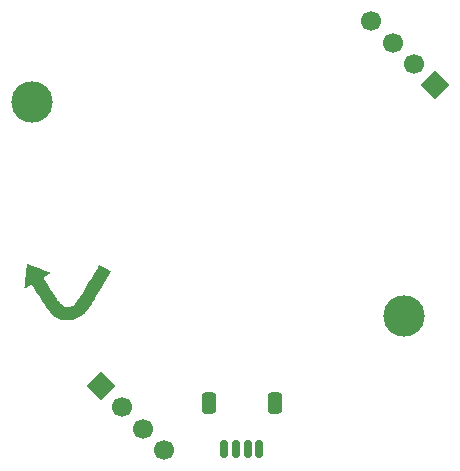
<source format=gbr>
%TF.GenerationSoftware,KiCad,Pcbnew,(6.0.4-0)*%
%TF.CreationDate,2022-11-29T10:20:57+01:00*%
%TF.ProjectId,RoundScanner,526f756e-6453-4636-916e-6e65722e6b69,2*%
%TF.SameCoordinates,Original*%
%TF.FileFunction,Soldermask,Bot*%
%TF.FilePolarity,Negative*%
%FSLAX46Y46*%
G04 Gerber Fmt 4.6, Leading zero omitted, Abs format (unit mm)*
G04 Created by KiCad (PCBNEW (6.0.4-0)) date 2022-11-29 10:20:57*
%MOMM*%
%LPD*%
G01*
G04 APERTURE LIST*
G04 Aperture macros list*
%AMRoundRect*
0 Rectangle with rounded corners*
0 $1 Rounding radius*
0 $2 $3 $4 $5 $6 $7 $8 $9 X,Y pos of 4 corners*
0 Add a 4 corners polygon primitive as box body*
4,1,4,$2,$3,$4,$5,$6,$7,$8,$9,$2,$3,0*
0 Add four circle primitives for the rounded corners*
1,1,$1+$1,$2,$3*
1,1,$1+$1,$4,$5*
1,1,$1+$1,$6,$7*
1,1,$1+$1,$8,$9*
0 Add four rect primitives between the rounded corners*
20,1,$1+$1,$2,$3,$4,$5,0*
20,1,$1+$1,$4,$5,$6,$7,0*
20,1,$1+$1,$6,$7,$8,$9,0*
20,1,$1+$1,$8,$9,$2,$3,0*%
%AMHorizOval*
0 Thick line with rounded ends*
0 $1 width*
0 $2 $3 position (X,Y) of the first rounded end (center of the circle)*
0 $4 $5 position (X,Y) of the second rounded end (center of the circle)*
0 Add line between two ends*
20,1,$1,$2,$3,$4,$5,0*
0 Add two circle primitives to create the rounded ends*
1,1,$1,$2,$3*
1,1,$1,$4,$5*%
%AMRotRect*
0 Rectangle, with rotation*
0 The origin of the aperture is its center*
0 $1 length*
0 $2 width*
0 $3 Rotation angle, in degrees counterclockwise*
0 Add horizontal line*
21,1,$1,$2,0,0,$3*%
G04 Aperture macros list end*
%ADD10C,3.500000*%
%ADD11RotRect,1.700000X1.700000X45.000000*%
%ADD12HorizOval,1.700000X0.000000X0.000000X0.000000X0.000000X0*%
%ADD13RotRect,1.700000X1.700000X225.000000*%
%ADD14HorizOval,1.700000X0.000000X0.000000X0.000000X0.000000X0*%
%ADD15RoundRect,0.150000X-0.150000X-0.625000X0.150000X-0.625000X0.150000X0.625000X-0.150000X0.625000X0*%
%ADD16RoundRect,0.250000X-0.350000X-0.650000X0.350000X-0.650000X0.350000X0.650000X-0.350000X0.650000X0*%
G04 APERTURE END LIST*
%TO.C,REF\u002A\u002A*%
G36*
X71760409Y-111258100D02*
G01*
X71794075Y-111269988D01*
X71846049Y-111289091D01*
X71914392Y-111314659D01*
X71997165Y-111345940D01*
X72092430Y-111382181D01*
X72198249Y-111422631D01*
X72312682Y-111466538D01*
X72433792Y-111513151D01*
X72559639Y-111561718D01*
X72688286Y-111611487D01*
X72817793Y-111661706D01*
X72946223Y-111711624D01*
X73071637Y-111760488D01*
X73192096Y-111807548D01*
X73305661Y-111852052D01*
X73410395Y-111893247D01*
X73504359Y-111930382D01*
X73585613Y-111962705D01*
X73652221Y-111989465D01*
X73702242Y-112009909D01*
X73733739Y-112023287D01*
X73744773Y-112028846D01*
X73743878Y-112030313D01*
X73728349Y-112042428D01*
X73695479Y-112064601D01*
X73647801Y-112095221D01*
X73587849Y-112132680D01*
X73518157Y-112175365D01*
X73441261Y-112221669D01*
X73416490Y-112236503D01*
X73341659Y-112281818D01*
X73274881Y-112322998D01*
X73218680Y-112358437D01*
X73175579Y-112386529D01*
X73148101Y-112405668D01*
X73138769Y-112414246D01*
X73143604Y-112424731D01*
X73159830Y-112454481D01*
X73186190Y-112500800D01*
X73221393Y-112561530D01*
X73264153Y-112634508D01*
X73313179Y-112717576D01*
X73367184Y-112808571D01*
X73424879Y-112905335D01*
X73484975Y-113005706D01*
X73546183Y-113107524D01*
X73607214Y-113208629D01*
X73666781Y-113306860D01*
X73723594Y-113400057D01*
X73776365Y-113486059D01*
X73823805Y-113562705D01*
X73849043Y-113603143D01*
X73932837Y-113735865D01*
X74016202Y-113865682D01*
X74097444Y-113990066D01*
X74174871Y-114106488D01*
X74246790Y-114212420D01*
X74311507Y-114305335D01*
X74367331Y-114382703D01*
X74412567Y-114441996D01*
X74520037Y-114569346D01*
X74637965Y-114690620D01*
X74753222Y-114788745D01*
X74866419Y-114864001D01*
X74978162Y-114916668D01*
X75089063Y-114947025D01*
X75199728Y-114955354D01*
X75310767Y-114941935D01*
X75422788Y-114907048D01*
X75500884Y-114870796D01*
X75596300Y-114812723D01*
X75690908Y-114739007D01*
X75786226Y-114648176D01*
X75883772Y-114538758D01*
X75985064Y-114409279D01*
X76091620Y-114258267D01*
X76115182Y-114222992D01*
X76162361Y-114150831D01*
X76220085Y-114061121D01*
X76287218Y-113955704D01*
X76362621Y-113836420D01*
X76445157Y-113705111D01*
X76533688Y-113563617D01*
X76627078Y-113413779D01*
X76724188Y-113257437D01*
X76823881Y-113096432D01*
X76925020Y-112932606D01*
X77026467Y-112767799D01*
X77127085Y-112603851D01*
X77225736Y-112442605D01*
X77321283Y-112285899D01*
X77412588Y-112135576D01*
X77498515Y-111993475D01*
X77577924Y-111861439D01*
X77649680Y-111741307D01*
X77712644Y-111634920D01*
X77754119Y-111564944D01*
X77793749Y-111499135D01*
X77828060Y-111443238D01*
X77855371Y-111399961D01*
X77873998Y-111372010D01*
X77882260Y-111362092D01*
X77890030Y-111365732D01*
X77916799Y-111380210D01*
X77960511Y-111404598D01*
X78019044Y-111437689D01*
X78090280Y-111478280D01*
X78172098Y-111525165D01*
X78262378Y-111577140D01*
X78359000Y-111633000D01*
X78369140Y-111638874D01*
X78478157Y-111702100D01*
X78568259Y-111754583D01*
X78641174Y-111797453D01*
X78698627Y-111831839D01*
X78742345Y-111858870D01*
X78774054Y-111879674D01*
X78795480Y-111895381D01*
X78808351Y-111907120D01*
X78814391Y-111916018D01*
X78815328Y-111923207D01*
X78812888Y-111929813D01*
X78798510Y-111956204D01*
X78772172Y-112003491D01*
X78736425Y-112067038D01*
X78692638Y-112144453D01*
X78642178Y-112233343D01*
X78586413Y-112331315D01*
X78526711Y-112435975D01*
X78464439Y-112544932D01*
X78400965Y-112655792D01*
X78337658Y-112766162D01*
X78275884Y-112873650D01*
X78217011Y-112975862D01*
X78162408Y-113070406D01*
X78113442Y-113154889D01*
X78071480Y-113226917D01*
X78050044Y-113263553D01*
X77892164Y-113531381D01*
X77743083Y-113780520D01*
X77601243Y-114013485D01*
X77465084Y-114232791D01*
X77333048Y-114440953D01*
X77203574Y-114640486D01*
X77075103Y-114833905D01*
X77054675Y-114864220D01*
X76970490Y-114986940D01*
X76894835Y-115092930D01*
X76825011Y-115185561D01*
X76758320Y-115268204D01*
X76692064Y-115344232D01*
X76623545Y-115417014D01*
X76550065Y-115489923D01*
X76499013Y-115537745D01*
X76334976Y-115673086D01*
X76163985Y-115786476D01*
X75984171Y-115878785D01*
X75793669Y-115950881D01*
X75590610Y-116003635D01*
X75373129Y-116037914D01*
X75357901Y-116039502D01*
X75279705Y-116045037D01*
X75188349Y-116048250D01*
X75091242Y-116049143D01*
X74995787Y-116047714D01*
X74909393Y-116043965D01*
X74839465Y-116037896D01*
X74794652Y-116031882D01*
X74619974Y-115997105D01*
X74454271Y-115944815D01*
X74296128Y-115874089D01*
X74144127Y-115784006D01*
X73996851Y-115673644D01*
X73852882Y-115542082D01*
X73710803Y-115388396D01*
X73569197Y-115211667D01*
X73514659Y-115137641D01*
X73436039Y-115027004D01*
X73348498Y-114900202D01*
X73253695Y-114759846D01*
X73153291Y-114608546D01*
X73048946Y-114448913D01*
X72942319Y-114283558D01*
X72835071Y-114115092D01*
X72728860Y-113946125D01*
X72625347Y-113779268D01*
X72526192Y-113617133D01*
X72433055Y-113462329D01*
X72347595Y-113317468D01*
X72271472Y-113185160D01*
X72206347Y-113068017D01*
X72204658Y-113064930D01*
X72183088Y-113028660D01*
X72164726Y-113003033D01*
X72153387Y-112993425D01*
X72150887Y-112994265D01*
X72131021Y-113004378D01*
X72094172Y-113024747D01*
X72042975Y-113053865D01*
X71980069Y-113090222D01*
X71908089Y-113132310D01*
X71829673Y-113178620D01*
X71799106Y-113196741D01*
X71723619Y-113241335D01*
X71656078Y-113281015D01*
X71599013Y-113314310D01*
X71554957Y-113339745D01*
X71526441Y-113355847D01*
X71515996Y-113361144D01*
X71516712Y-113351140D01*
X71519730Y-113318898D01*
X71524918Y-113266061D01*
X71532100Y-113194333D01*
X71541104Y-113105419D01*
X71551754Y-113001024D01*
X71563877Y-112882854D01*
X71577298Y-112752612D01*
X71591845Y-112612005D01*
X71607343Y-112462736D01*
X71623617Y-112306511D01*
X71640350Y-112146904D01*
X71660553Y-111956639D01*
X71678596Y-111789777D01*
X71694510Y-111646047D01*
X71708329Y-111525175D01*
X71720083Y-111426891D01*
X71729805Y-111350921D01*
X71737527Y-111296993D01*
X71743280Y-111264835D01*
X71747097Y-111254174D01*
X71760409Y-111258100D01*
G37*
G36*
X71762799Y-111260450D02*
G01*
X71796465Y-111272338D01*
X71848439Y-111291441D01*
X71916782Y-111317009D01*
X71999555Y-111348290D01*
X72094820Y-111384531D01*
X72200639Y-111424981D01*
X72315072Y-111468888D01*
X72436182Y-111515501D01*
X72562029Y-111564068D01*
X72690676Y-111613837D01*
X72820183Y-111664056D01*
X72948613Y-111713974D01*
X73074027Y-111762838D01*
X73194486Y-111809898D01*
X73308051Y-111854402D01*
X73412785Y-111895597D01*
X73506749Y-111932732D01*
X73588003Y-111965055D01*
X73654611Y-111991815D01*
X73704632Y-112012259D01*
X73736129Y-112025637D01*
X73747163Y-112031196D01*
X73746268Y-112032663D01*
X73730739Y-112044778D01*
X73697869Y-112066951D01*
X73650191Y-112097571D01*
X73590239Y-112135030D01*
X73520547Y-112177715D01*
X73443651Y-112224019D01*
X73418880Y-112238853D01*
X73344049Y-112284168D01*
X73277271Y-112325348D01*
X73221070Y-112360787D01*
X73177969Y-112388879D01*
X73150491Y-112408018D01*
X73141159Y-112416596D01*
X73145994Y-112427081D01*
X73162220Y-112456831D01*
X73188580Y-112503150D01*
X73223783Y-112563880D01*
X73266543Y-112636858D01*
X73315569Y-112719926D01*
X73369574Y-112810921D01*
X73427269Y-112907685D01*
X73487365Y-113008056D01*
X73548573Y-113109874D01*
X73609604Y-113210979D01*
X73669171Y-113309210D01*
X73725984Y-113402407D01*
X73778755Y-113488409D01*
X73826195Y-113565055D01*
X73851433Y-113605493D01*
X73935227Y-113738215D01*
X74018592Y-113868032D01*
X74099834Y-113992416D01*
X74177261Y-114108838D01*
X74249180Y-114214770D01*
X74313897Y-114307685D01*
X74369721Y-114385053D01*
X74414957Y-114444346D01*
X74522427Y-114571696D01*
X74640355Y-114692970D01*
X74755612Y-114791095D01*
X74868809Y-114866351D01*
X74980552Y-114919018D01*
X75091453Y-114949375D01*
X75202118Y-114957704D01*
X75313157Y-114944285D01*
X75425178Y-114909398D01*
X75503274Y-114873146D01*
X75598690Y-114815073D01*
X75693298Y-114741357D01*
X75788616Y-114650526D01*
X75886162Y-114541108D01*
X75987454Y-114411629D01*
X76094010Y-114260617D01*
X76117572Y-114225342D01*
X76164751Y-114153181D01*
X76222475Y-114063471D01*
X76289608Y-113958054D01*
X76365011Y-113838770D01*
X76447547Y-113707461D01*
X76536078Y-113565967D01*
X76629468Y-113416129D01*
X76726578Y-113259787D01*
X76826271Y-113098782D01*
X76927410Y-112934956D01*
X77028857Y-112770149D01*
X77129475Y-112606201D01*
X77228126Y-112444955D01*
X77323673Y-112288249D01*
X77414978Y-112137926D01*
X77500905Y-111995825D01*
X77580314Y-111863789D01*
X77652070Y-111743657D01*
X77715034Y-111637270D01*
X77756509Y-111567294D01*
X77796139Y-111501485D01*
X77830450Y-111445588D01*
X77857761Y-111402311D01*
X77876388Y-111374360D01*
X77884650Y-111364442D01*
X77892420Y-111368082D01*
X77919189Y-111382560D01*
X77962901Y-111406948D01*
X78021434Y-111440039D01*
X78092670Y-111480630D01*
X78174488Y-111527515D01*
X78264768Y-111579490D01*
X78361390Y-111635350D01*
X78371530Y-111641224D01*
X78480547Y-111704450D01*
X78570649Y-111756933D01*
X78643564Y-111799803D01*
X78701017Y-111834189D01*
X78744735Y-111861220D01*
X78776444Y-111882024D01*
X78797870Y-111897731D01*
X78810741Y-111909470D01*
X78816781Y-111918368D01*
X78817718Y-111925557D01*
X78815278Y-111932163D01*
X78800900Y-111958554D01*
X78774562Y-112005841D01*
X78738815Y-112069388D01*
X78695028Y-112146803D01*
X78644568Y-112235693D01*
X78588803Y-112333665D01*
X78529101Y-112438325D01*
X78466829Y-112547282D01*
X78403355Y-112658142D01*
X78340048Y-112768512D01*
X78278274Y-112876000D01*
X78219401Y-112978212D01*
X78164798Y-113072756D01*
X78115832Y-113157239D01*
X78073870Y-113229267D01*
X78052434Y-113265903D01*
X77894554Y-113533731D01*
X77745473Y-113782870D01*
X77603633Y-114015835D01*
X77467474Y-114235141D01*
X77335438Y-114443303D01*
X77205964Y-114642836D01*
X77077493Y-114836255D01*
X77057065Y-114866570D01*
X76972880Y-114989290D01*
X76897225Y-115095280D01*
X76827401Y-115187911D01*
X76760710Y-115270554D01*
X76694454Y-115346582D01*
X76625935Y-115419364D01*
X76552455Y-115492273D01*
X76501403Y-115540095D01*
X76337366Y-115675436D01*
X76166375Y-115788826D01*
X75986561Y-115881135D01*
X75796059Y-115953231D01*
X75593000Y-116005985D01*
X75375519Y-116040264D01*
X75360291Y-116041852D01*
X75282095Y-116047387D01*
X75190739Y-116050600D01*
X75093632Y-116051493D01*
X74998177Y-116050064D01*
X74911783Y-116046315D01*
X74841855Y-116040246D01*
X74797042Y-116034232D01*
X74622364Y-115999455D01*
X74456661Y-115947165D01*
X74298518Y-115876439D01*
X74146517Y-115786356D01*
X73999241Y-115675994D01*
X73855272Y-115544432D01*
X73713193Y-115390746D01*
X73571587Y-115214017D01*
X73517049Y-115139991D01*
X73438429Y-115029354D01*
X73350888Y-114902552D01*
X73256085Y-114762196D01*
X73155681Y-114610896D01*
X73051336Y-114451263D01*
X72944709Y-114285908D01*
X72837461Y-114117442D01*
X72731250Y-113948475D01*
X72627737Y-113781618D01*
X72528582Y-113619483D01*
X72435445Y-113464679D01*
X72349985Y-113319818D01*
X72273862Y-113187510D01*
X72208737Y-113070367D01*
X72207048Y-113067280D01*
X72185478Y-113031010D01*
X72167116Y-113005383D01*
X72155777Y-112995775D01*
X72153277Y-112996615D01*
X72133411Y-113006728D01*
X72096562Y-113027097D01*
X72045365Y-113056215D01*
X71982459Y-113092572D01*
X71910479Y-113134660D01*
X71832063Y-113180970D01*
X71801496Y-113199091D01*
X71726009Y-113243685D01*
X71658468Y-113283365D01*
X71601403Y-113316660D01*
X71557347Y-113342095D01*
X71528831Y-113358197D01*
X71518386Y-113363494D01*
X71519102Y-113353490D01*
X71522120Y-113321248D01*
X71527308Y-113268411D01*
X71534490Y-113196683D01*
X71543494Y-113107769D01*
X71554144Y-113003374D01*
X71566267Y-112885204D01*
X71579688Y-112754962D01*
X71594235Y-112614355D01*
X71609733Y-112465086D01*
X71626007Y-112308861D01*
X71642740Y-112149254D01*
X71662943Y-111958989D01*
X71680986Y-111792127D01*
X71696900Y-111648397D01*
X71710719Y-111527525D01*
X71722473Y-111429241D01*
X71732195Y-111353271D01*
X71739917Y-111299343D01*
X71745670Y-111267185D01*
X71749487Y-111256524D01*
X71762799Y-111260450D01*
G37*
%TD*%
D10*
%TO.C,H2*%
X72136000Y-97556000D03*
%TD*%
%TO.C,H1*%
X103632000Y-115717000D03*
%TD*%
D11*
%TO.C,J4*%
X106299000Y-96139000D03*
D12*
X104502949Y-94342949D03*
X102706898Y-92546898D03*
X100910846Y-90750846D03*
%TD*%
D13*
%TO.C,J1*%
X77975672Y-121628317D03*
D14*
X79771723Y-123424368D03*
X81567774Y-125220419D03*
X83363826Y-127016471D03*
%TD*%
D15*
%TO.C,J3*%
X88416000Y-126968000D03*
X89416000Y-126968000D03*
X90416000Y-126968000D03*
X91416000Y-126968000D03*
D16*
X87116000Y-123093000D03*
X92716000Y-123093000D03*
%TD*%
M02*

</source>
